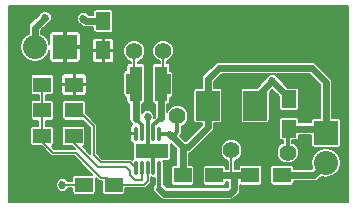
<source format=gtl>
G04 #@! TF.FileFunction,Copper,L1,Top,Signal*
%FSLAX46Y46*%
G04 Gerber Fmt 4.6, Leading zero omitted, Abs format (unit mm)*
G04 Created by KiCad (PCBNEW (2015-01-29 BZR 5396)-product) date 8/16/2015 3:30:30 PM*
%MOMM*%
G01*
G04 APERTURE LIST*
%ADD10C,0.100000*%
%ADD11R,1.250000X1.500000*%
%ADD12R,1.500000X1.250000*%
%ADD13R,2.000000X2.500000*%
%ADD14R,1.100000X3.000000*%
%ADD15R,0.500000X1.800000*%
%ADD16R,2.032000X2.032000*%
%ADD17O,2.032000X2.032000*%
%ADD18C,1.397000*%
%ADD19R,1.500000X1.300000*%
%ADD20R,2.750000X1.200000*%
%ADD21O,0.280000X1.200000*%
%ADD22C,0.500000*%
%ADD23C,0.685800*%
%ADD24C,0.152400*%
%ADD25C,0.609600*%
%ADD26C,0.304800*%
%ADD27C,0.152000*%
G04 APERTURE END LIST*
D10*
D11*
X155830000Y-108500000D03*
X155830000Y-106000000D03*
D12*
X156710000Y-119860000D03*
X154210000Y-119860000D03*
D13*
X164690000Y-113160000D03*
X168690000Y-113160000D03*
D11*
X171550000Y-115130000D03*
X171550000Y-112630000D03*
D14*
X158570000Y-111310000D03*
X160730000Y-111310000D03*
D15*
X158020000Y-111310000D03*
X161280000Y-111360000D03*
D16*
X152590000Y-108200000D03*
D17*
X150050000Y-108200000D03*
D18*
X158460000Y-108570000D03*
X166690000Y-116960000D03*
X160910000Y-108550000D03*
X162110000Y-114080000D03*
X171440000Y-117140000D03*
D16*
X174690000Y-115480000D03*
D17*
X174690000Y-118020000D03*
D19*
X150670000Y-111390000D03*
X153370000Y-111390000D03*
X153360000Y-113550000D03*
X150660000Y-113550000D03*
X153340000Y-115740000D03*
X150640000Y-115740000D03*
X162550000Y-119080000D03*
X165250000Y-119080000D03*
X168270000Y-119050000D03*
X170970000Y-119050000D03*
D20*
X159955000Y-116990000D03*
D21*
X159580000Y-115540000D03*
X160580000Y-115540000D03*
X160080000Y-115540000D03*
X159080000Y-115540000D03*
X158580000Y-115540000D03*
X160580000Y-118440000D03*
X160080000Y-118440000D03*
X159580000Y-118440000D03*
X159080000Y-118440000D03*
X158580000Y-118440000D03*
D22*
X158890000Y-116700000D03*
X158890000Y-117290000D03*
X159580000Y-116990000D03*
X160360000Y-116690000D03*
X160370000Y-117300000D03*
D23*
X152380000Y-119880000D03*
X150900000Y-105720000D03*
X154150000Y-105810000D03*
X170150000Y-111100000D03*
X159580000Y-114130000D03*
D24*
X152400000Y-119860000D02*
X152380000Y-119880000D01*
X154210000Y-119860000D02*
X152400000Y-119860000D01*
D25*
X150050000Y-106570000D02*
X150900000Y-105720000D01*
X150050000Y-108200000D02*
X150050000Y-106570000D01*
X154340000Y-106000000D02*
X154150000Y-105810000D01*
X155830000Y-106000000D02*
X154340000Y-106000000D01*
X168690000Y-112560000D02*
X170150000Y-111100000D01*
X168690000Y-113160000D02*
X168690000Y-112560000D01*
X171550000Y-112500000D02*
X170150000Y-111100000D01*
X171550000Y-112630000D02*
X171550000Y-112500000D01*
X173660000Y-119050000D02*
X174690000Y-118020000D01*
X170970000Y-119050000D02*
X173660000Y-119050000D01*
D26*
X160080000Y-117115000D02*
X159955000Y-116990000D01*
X160080000Y-118440000D02*
X160080000Y-117115000D01*
X159580000Y-116615000D02*
X159955000Y-116990000D01*
X159580000Y-115540000D02*
X159580000Y-116615000D01*
X159580000Y-115540000D02*
X159580000Y-114130000D01*
D24*
X159290000Y-119860000D02*
X159580000Y-119570000D01*
X159580000Y-119570000D02*
X159580000Y-118440000D01*
X156710000Y-119860000D02*
X159290000Y-119860000D01*
X150670000Y-115750000D02*
X150640000Y-115780000D01*
X150670000Y-113540000D02*
X150660000Y-113550000D01*
X150670000Y-111390000D02*
X150670000Y-113540000D01*
X150640000Y-113570000D02*
X150660000Y-113550000D01*
X150640000Y-115740000D02*
X150640000Y-113570000D01*
X156110000Y-119260000D02*
X156710000Y-119860000D01*
X151560000Y-117140000D02*
X153490000Y-117140000D01*
X153490000Y-117140000D02*
X155610000Y-119260000D01*
X155610000Y-119260000D02*
X156110000Y-119260000D01*
X150640000Y-116220000D02*
X151560000Y-117140000D01*
X150640000Y-115740000D02*
X150640000Y-116220000D01*
D25*
X161700000Y-115810000D02*
X162550000Y-116660000D01*
X161430000Y-115540000D02*
X161700000Y-115810000D01*
X162550000Y-116660000D02*
X162550000Y-119080000D01*
D26*
X160580000Y-115540000D02*
X161430000Y-115540000D01*
X162110000Y-115400000D02*
X161700000Y-115810000D01*
X162110000Y-114080000D02*
X162110000Y-115400000D01*
D25*
X163050000Y-116660000D02*
X164690000Y-115020000D01*
X164690000Y-115020000D02*
X164690000Y-113160000D01*
X162550000Y-116660000D02*
X163050000Y-116660000D01*
X164690000Y-110930000D02*
X165630000Y-109990000D01*
X165630000Y-109990000D02*
X173500000Y-109990000D01*
X173500000Y-109990000D02*
X174690000Y-111180000D01*
X174690000Y-111180000D02*
X174690000Y-115480000D01*
X164690000Y-113160000D02*
X164690000Y-110930000D01*
X174340000Y-115130000D02*
X174690000Y-115480000D01*
X171550000Y-115130000D02*
X174340000Y-115130000D01*
D26*
X171440000Y-115240000D02*
X171550000Y-115130000D01*
X171440000Y-117140000D02*
X171440000Y-115240000D01*
X159080000Y-114810000D02*
X158570000Y-114300000D01*
D25*
X158570000Y-114300000D02*
X158570000Y-111310000D01*
D26*
X159080000Y-115540000D02*
X159080000Y-114810000D01*
D24*
X158460000Y-111200000D02*
X158570000Y-111310000D01*
X158460000Y-108570000D02*
X158460000Y-111200000D01*
D26*
X160080000Y-114850000D02*
X160730000Y-114200000D01*
D25*
X160730000Y-114200000D02*
X160730000Y-111310000D01*
D26*
X160080000Y-115540000D02*
X160080000Y-114850000D01*
D24*
X160910000Y-111130000D02*
X160730000Y-111310000D01*
X160910000Y-108550000D02*
X160910000Y-111130000D01*
D25*
X166910000Y-119080000D02*
X168707634Y-119080000D01*
X165250000Y-119080000D02*
X166910000Y-119080000D01*
X166550000Y-120620000D02*
X166910000Y-120260000D01*
X166910000Y-120260000D02*
X166910000Y-119080000D01*
D26*
X160580000Y-118440000D02*
X160580000Y-120210000D01*
D25*
X160580000Y-120210000D02*
X160990000Y-120620000D01*
X160990000Y-120620000D02*
X164980000Y-120620000D01*
X164980000Y-120620000D02*
X166550000Y-120620000D01*
D24*
X166690000Y-118860000D02*
X166910000Y-119080000D01*
X166690000Y-116960000D02*
X166690000Y-118860000D01*
X158100000Y-117960000D02*
X158580000Y-118440000D01*
X155640000Y-117960000D02*
X158100000Y-117960000D01*
X155020000Y-117340000D02*
X155640000Y-117960000D01*
X155020000Y-114910000D02*
X155020000Y-117340000D01*
X153660000Y-113550000D02*
X155020000Y-114910000D01*
X153360000Y-113550000D02*
X153660000Y-113550000D01*
X159080000Y-119430000D02*
X159080000Y-118440000D01*
X159030000Y-119480000D02*
X159080000Y-119430000D01*
X158520000Y-119480000D02*
X159030000Y-119480000D01*
X158070000Y-119030000D02*
X158520000Y-119480000D01*
X158070000Y-118690000D02*
X158070000Y-119030000D01*
X157740000Y-118360000D02*
X158070000Y-118690000D01*
X155390000Y-118360000D02*
X157740000Y-118360000D01*
X153340000Y-116310000D02*
X155390000Y-118360000D01*
X153340000Y-115740000D02*
X153340000Y-116310000D01*
D27*
G36*
X176542000Y-121342000D02*
X175958779Y-121342000D01*
X175958779Y-118020000D01*
X175938875Y-117919935D01*
X175938875Y-116496000D01*
X175938875Y-114464000D01*
X175921977Y-114376912D01*
X175871697Y-114300369D01*
X175795792Y-114249133D01*
X175706000Y-114231125D01*
X175223200Y-114231125D01*
X175223200Y-111180000D01*
X175182613Y-110975953D01*
X175067029Y-110802971D01*
X173877029Y-109612971D01*
X173704047Y-109497387D01*
X173500000Y-109456800D01*
X165630000Y-109456800D01*
X165425953Y-109497387D01*
X165252971Y-109612970D01*
X164312971Y-110552971D01*
X164197387Y-110725953D01*
X164156800Y-110930000D01*
X164156800Y-111677125D01*
X163690000Y-111677125D01*
X163602912Y-111694023D01*
X163526369Y-111744303D01*
X163475133Y-111820208D01*
X163457125Y-111910000D01*
X163457125Y-114410000D01*
X163474023Y-114497088D01*
X163524303Y-114573631D01*
X163600208Y-114624867D01*
X163690000Y-114642875D01*
X164156800Y-114642875D01*
X164156800Y-114799141D01*
X162829141Y-116126800D01*
X162770858Y-116126800D01*
X162346295Y-115702237D01*
X162379266Y-115669266D01*
X162379267Y-115669266D01*
X162461813Y-115545726D01*
X162461814Y-115545725D01*
X162490800Y-115400000D01*
X162490800Y-114925563D01*
X162634361Y-114866246D01*
X162895329Y-114605732D01*
X163036739Y-114265181D01*
X163037060Y-113896437D01*
X162896246Y-113555639D01*
X162635732Y-113294671D01*
X162295181Y-113153261D01*
X161926437Y-113152940D01*
X161585639Y-113293754D01*
X161324671Y-113554268D01*
X161263200Y-113702305D01*
X161263200Y-113042875D01*
X161280000Y-113042875D01*
X161367088Y-113025977D01*
X161443631Y-112975697D01*
X161494867Y-112899792D01*
X161512875Y-112810000D01*
X161512875Y-112492875D01*
X161530000Y-112492875D01*
X161617088Y-112475977D01*
X161693631Y-112425697D01*
X161744867Y-112349792D01*
X161762875Y-112260000D01*
X161762875Y-110460000D01*
X161745977Y-110372912D01*
X161695697Y-110296369D01*
X161619792Y-110245133D01*
X161530000Y-110227125D01*
X161512875Y-110227125D01*
X161512875Y-109810000D01*
X161495977Y-109722912D01*
X161445697Y-109646369D01*
X161369792Y-109595133D01*
X161280000Y-109577125D01*
X161214600Y-109577125D01*
X161214600Y-109427048D01*
X161434361Y-109336246D01*
X161695329Y-109075732D01*
X161836739Y-108735181D01*
X161837060Y-108366437D01*
X161696246Y-108025639D01*
X161435732Y-107764671D01*
X161095181Y-107623261D01*
X160726437Y-107622940D01*
X160385639Y-107763754D01*
X160124671Y-108024268D01*
X159983261Y-108364819D01*
X159982940Y-108733563D01*
X160123754Y-109074361D01*
X160384268Y-109335329D01*
X160605400Y-109427151D01*
X160605400Y-109577125D01*
X160180000Y-109577125D01*
X160092912Y-109594023D01*
X160016369Y-109644303D01*
X159965133Y-109720208D01*
X159947125Y-109810000D01*
X159947125Y-112810000D01*
X159964023Y-112897088D01*
X160014303Y-112973631D01*
X160090208Y-113024867D01*
X160180000Y-113042875D01*
X160196800Y-113042875D01*
X160196800Y-114194668D01*
X160151203Y-114240264D01*
X160151399Y-114016860D01*
X160064607Y-113806808D01*
X159904038Y-113645958D01*
X159694137Y-113558800D01*
X159466860Y-113558601D01*
X159256808Y-113645393D01*
X159103200Y-113798732D01*
X159103200Y-113042875D01*
X159120000Y-113042875D01*
X159207088Y-113025977D01*
X159283631Y-112975697D01*
X159334867Y-112899792D01*
X159352875Y-112810000D01*
X159352875Y-109810000D01*
X159335977Y-109722912D01*
X159285697Y-109646369D01*
X159209792Y-109595133D01*
X159120000Y-109577125D01*
X158764600Y-109577125D01*
X158764600Y-109447048D01*
X158984361Y-109356246D01*
X159245329Y-109095732D01*
X159386739Y-108755181D01*
X159387060Y-108386437D01*
X159246246Y-108045639D01*
X158985732Y-107784671D01*
X158645181Y-107643261D01*
X158276437Y-107642940D01*
X157935639Y-107783754D01*
X157674671Y-108044268D01*
X157533261Y-108384819D01*
X157532940Y-108753563D01*
X157673754Y-109094361D01*
X157934268Y-109355329D01*
X158155400Y-109447151D01*
X158155400Y-109577125D01*
X158020000Y-109577125D01*
X157932912Y-109594023D01*
X157856369Y-109644303D01*
X157805133Y-109720208D01*
X157787125Y-109810000D01*
X157787125Y-110177125D01*
X157770000Y-110177125D01*
X157682912Y-110194023D01*
X157606369Y-110244303D01*
X157555133Y-110320208D01*
X157537125Y-110410000D01*
X157537125Y-112210000D01*
X157554023Y-112297088D01*
X157604303Y-112373631D01*
X157680208Y-112424867D01*
X157770000Y-112442875D01*
X157787125Y-112442875D01*
X157787125Y-112810000D01*
X157804023Y-112897088D01*
X157854303Y-112973631D01*
X157930208Y-113024867D01*
X158020000Y-113042875D01*
X158036800Y-113042875D01*
X158036800Y-114300000D01*
X158077387Y-114504047D01*
X158192971Y-114677029D01*
X158269723Y-114728313D01*
X158165293Y-114853021D01*
X158110000Y-115029000D01*
X158110000Y-115489000D01*
X158529000Y-115489000D01*
X158529000Y-115469000D01*
X158631000Y-115469000D01*
X158631000Y-115489000D01*
X158651000Y-115489000D01*
X158651000Y-115591000D01*
X158631000Y-115591000D01*
X158631000Y-115611000D01*
X158529000Y-115611000D01*
X158529000Y-115591000D01*
X158110000Y-115591000D01*
X158110000Y-116051000D01*
X158165293Y-116226979D01*
X158283722Y-116368403D01*
X158347125Y-116399621D01*
X158347125Y-117590000D01*
X158363410Y-117673933D01*
X158319502Y-117703273D01*
X158299133Y-117733756D01*
X158216566Y-117678586D01*
X158100000Y-117655400D01*
X156785000Y-117655400D01*
X156785000Y-109315641D01*
X156785000Y-108633500D01*
X156785000Y-108366500D01*
X156785000Y-107684359D01*
X156734761Y-107563070D01*
X156687875Y-107516184D01*
X156687875Y-106750000D01*
X156687875Y-105250000D01*
X156670977Y-105162912D01*
X156620697Y-105086369D01*
X156544792Y-105035133D01*
X156455000Y-105017125D01*
X155205000Y-105017125D01*
X155117912Y-105034023D01*
X155041369Y-105084303D01*
X154990133Y-105160208D01*
X154972125Y-105250000D01*
X154972125Y-105466800D01*
X154614633Y-105466800D01*
X154474038Y-105325958D01*
X154264137Y-105238800D01*
X154036860Y-105238601D01*
X153826808Y-105325393D01*
X153665958Y-105485962D01*
X153578800Y-105695863D01*
X153578601Y-105923140D01*
X153665393Y-106133192D01*
X153825962Y-106294042D01*
X153918342Y-106332401D01*
X153962971Y-106377030D01*
X154135953Y-106492613D01*
X154340000Y-106533200D01*
X154972125Y-106533200D01*
X154972125Y-106750000D01*
X154989023Y-106837088D01*
X155039303Y-106913631D01*
X155115208Y-106964867D01*
X155205000Y-106982875D01*
X156455000Y-106982875D01*
X156542088Y-106965977D01*
X156618631Y-106915697D01*
X156669867Y-106839792D01*
X156687875Y-106750000D01*
X156687875Y-107516184D01*
X156641930Y-107470240D01*
X156520641Y-107420000D01*
X156389359Y-107420000D01*
X155963500Y-107420000D01*
X155881000Y-107502500D01*
X155881000Y-108449000D01*
X156702500Y-108449000D01*
X156785000Y-108366500D01*
X156785000Y-108633500D01*
X156702500Y-108551000D01*
X155881000Y-108551000D01*
X155881000Y-109497500D01*
X155963500Y-109580000D01*
X156389359Y-109580000D01*
X156520641Y-109580000D01*
X156641930Y-109529760D01*
X156734761Y-109436930D01*
X156785000Y-109315641D01*
X156785000Y-117655400D01*
X155779000Y-117655400D01*
X155779000Y-109497500D01*
X155779000Y-108551000D01*
X155779000Y-108449000D01*
X155779000Y-107502500D01*
X155696500Y-107420000D01*
X155270641Y-107420000D01*
X155139359Y-107420000D01*
X155018070Y-107470240D01*
X154925239Y-107563070D01*
X154875000Y-107684359D01*
X154875000Y-108366500D01*
X154957500Y-108449000D01*
X155779000Y-108449000D01*
X155779000Y-108551000D01*
X154957500Y-108551000D01*
X154875000Y-108633500D01*
X154875000Y-109315641D01*
X154925239Y-109436930D01*
X155018070Y-109529760D01*
X155139359Y-109580000D01*
X155270641Y-109580000D01*
X155696500Y-109580000D01*
X155779000Y-109497500D01*
X155779000Y-117655400D01*
X155766169Y-117655400D01*
X155324600Y-117213830D01*
X155324600Y-114910000D01*
X155301414Y-114793435D01*
X155301413Y-114793434D01*
X155235385Y-114694615D01*
X155235381Y-114694612D01*
X154450000Y-113909230D01*
X154450000Y-112105641D01*
X154450000Y-111974359D01*
X154450000Y-111523500D01*
X154450000Y-111256500D01*
X154450000Y-110805641D01*
X154450000Y-110674359D01*
X154399760Y-110553070D01*
X154306930Y-110460239D01*
X154185641Y-110410000D01*
X153936000Y-110410000D01*
X153936000Y-109281641D01*
X153936000Y-108333500D01*
X153936000Y-108066500D01*
X153936000Y-107118359D01*
X153885761Y-106997070D01*
X153792930Y-106904240D01*
X153671641Y-106854000D01*
X153540359Y-106854000D01*
X152723500Y-106854000D01*
X152641000Y-106936500D01*
X152641000Y-108149000D01*
X153853500Y-108149000D01*
X153936000Y-108066500D01*
X153936000Y-108333500D01*
X153853500Y-108251000D01*
X152641000Y-108251000D01*
X152641000Y-109463500D01*
X152723500Y-109546000D01*
X153540359Y-109546000D01*
X153671641Y-109546000D01*
X153792930Y-109495760D01*
X153885761Y-109402930D01*
X153936000Y-109281641D01*
X153936000Y-110410000D01*
X153503500Y-110410000D01*
X153421000Y-110492500D01*
X153421000Y-111339000D01*
X154367500Y-111339000D01*
X154450000Y-111256500D01*
X154450000Y-111523500D01*
X154367500Y-111441000D01*
X153421000Y-111441000D01*
X153421000Y-112287500D01*
X153503500Y-112370000D01*
X154185641Y-112370000D01*
X154306930Y-112319761D01*
X154399760Y-112226930D01*
X154450000Y-112105641D01*
X154450000Y-113909230D01*
X154342875Y-113802105D01*
X154342875Y-112900000D01*
X154325977Y-112812912D01*
X154275697Y-112736369D01*
X154199792Y-112685133D01*
X154110000Y-112667125D01*
X153319000Y-112667125D01*
X153319000Y-112287500D01*
X153319000Y-111441000D01*
X153319000Y-111339000D01*
X153319000Y-110492500D01*
X153236500Y-110410000D01*
X152554359Y-110410000D01*
X152539000Y-110416361D01*
X152539000Y-109463500D01*
X152539000Y-108251000D01*
X152519000Y-108251000D01*
X152519000Y-108149000D01*
X152539000Y-108149000D01*
X152539000Y-106936500D01*
X152456500Y-106854000D01*
X151639641Y-106854000D01*
X151508359Y-106854000D01*
X151387070Y-106904240D01*
X151294239Y-106997070D01*
X151244000Y-107118359D01*
X151244000Y-107922242D01*
X151199676Y-107699410D01*
X150929924Y-107295697D01*
X150583200Y-107064023D01*
X150583200Y-106790858D01*
X151131611Y-106242447D01*
X151223192Y-106204607D01*
X151384042Y-106044038D01*
X151471200Y-105834137D01*
X151471399Y-105606860D01*
X151384607Y-105396808D01*
X151224038Y-105235958D01*
X151014137Y-105148800D01*
X150786860Y-105148601D01*
X150576808Y-105235393D01*
X150415958Y-105395962D01*
X150377598Y-105488342D01*
X149672971Y-106192971D01*
X149557387Y-106365953D01*
X149516800Y-106570000D01*
X149516800Y-107064023D01*
X149170076Y-107295697D01*
X148900324Y-107699410D01*
X148805600Y-108175621D01*
X148805600Y-108224379D01*
X148900324Y-108700590D01*
X149170076Y-109104303D01*
X149573789Y-109374055D01*
X150050000Y-109468779D01*
X150526211Y-109374055D01*
X150929924Y-109104303D01*
X151199676Y-108700590D01*
X151244000Y-108477757D01*
X151244000Y-109281641D01*
X151294239Y-109402930D01*
X151387070Y-109495760D01*
X151508359Y-109546000D01*
X151639641Y-109546000D01*
X152456500Y-109546000D01*
X152539000Y-109463500D01*
X152539000Y-110416361D01*
X152433070Y-110460239D01*
X152340240Y-110553070D01*
X152290000Y-110674359D01*
X152290000Y-110805641D01*
X152290000Y-111256500D01*
X152372500Y-111339000D01*
X153319000Y-111339000D01*
X153319000Y-111441000D01*
X152372500Y-111441000D01*
X152290000Y-111523500D01*
X152290000Y-111974359D01*
X152290000Y-112105641D01*
X152340240Y-112226930D01*
X152433070Y-112319761D01*
X152554359Y-112370000D01*
X153236500Y-112370000D01*
X153319000Y-112287500D01*
X153319000Y-112667125D01*
X152610000Y-112667125D01*
X152522912Y-112684023D01*
X152446369Y-112734303D01*
X152395133Y-112810208D01*
X152377125Y-112900000D01*
X152377125Y-114200000D01*
X152394023Y-114287088D01*
X152444303Y-114363631D01*
X152520208Y-114414867D01*
X152610000Y-114432875D01*
X154110000Y-114432875D01*
X154111763Y-114432532D01*
X154715400Y-115036169D01*
X154715400Y-117254630D01*
X154083645Y-116622875D01*
X154090000Y-116622875D01*
X154177088Y-116605977D01*
X154253631Y-116555697D01*
X154304867Y-116479792D01*
X154322875Y-116390000D01*
X154322875Y-115090000D01*
X154305977Y-115002912D01*
X154255697Y-114926369D01*
X154179792Y-114875133D01*
X154090000Y-114857125D01*
X152590000Y-114857125D01*
X152502912Y-114874023D01*
X152426369Y-114924303D01*
X152375133Y-115000208D01*
X152357125Y-115090000D01*
X152357125Y-116390000D01*
X152374023Y-116477088D01*
X152424303Y-116553631D01*
X152500208Y-116604867D01*
X152590000Y-116622875D01*
X153222105Y-116622875D01*
X153434630Y-116835400D01*
X151686169Y-116835400D01*
X151460051Y-116609282D01*
X151477088Y-116605977D01*
X151553631Y-116555697D01*
X151604867Y-116479792D01*
X151622875Y-116390000D01*
X151622875Y-115090000D01*
X151605977Y-115002912D01*
X151555697Y-114926369D01*
X151479792Y-114875133D01*
X151390000Y-114857125D01*
X150944600Y-114857125D01*
X150944600Y-114432875D01*
X151410000Y-114432875D01*
X151497088Y-114415977D01*
X151573631Y-114365697D01*
X151624867Y-114289792D01*
X151642875Y-114200000D01*
X151642875Y-112900000D01*
X151625977Y-112812912D01*
X151575697Y-112736369D01*
X151499792Y-112685133D01*
X151410000Y-112667125D01*
X150974600Y-112667125D01*
X150974600Y-112272875D01*
X151420000Y-112272875D01*
X151507088Y-112255977D01*
X151583631Y-112205697D01*
X151634867Y-112129792D01*
X151652875Y-112040000D01*
X151652875Y-110740000D01*
X151635977Y-110652912D01*
X151585697Y-110576369D01*
X151509792Y-110525133D01*
X151420000Y-110507125D01*
X149920000Y-110507125D01*
X149832912Y-110524023D01*
X149756369Y-110574303D01*
X149705133Y-110650208D01*
X149687125Y-110740000D01*
X149687125Y-112040000D01*
X149704023Y-112127088D01*
X149754303Y-112203631D01*
X149830208Y-112254867D01*
X149920000Y-112272875D01*
X150365400Y-112272875D01*
X150365400Y-112667125D01*
X149910000Y-112667125D01*
X149822912Y-112684023D01*
X149746369Y-112734303D01*
X149695133Y-112810208D01*
X149677125Y-112900000D01*
X149677125Y-114200000D01*
X149694023Y-114287088D01*
X149744303Y-114363631D01*
X149820208Y-114414867D01*
X149910000Y-114432875D01*
X150335400Y-114432875D01*
X150335400Y-114857125D01*
X149890000Y-114857125D01*
X149802912Y-114874023D01*
X149726369Y-114924303D01*
X149675133Y-115000208D01*
X149657125Y-115090000D01*
X149657125Y-116390000D01*
X149674023Y-116477088D01*
X149724303Y-116553631D01*
X149800208Y-116604867D01*
X149890000Y-116622875D01*
X150612105Y-116622875D01*
X151344612Y-117355381D01*
X151344615Y-117355385D01*
X151443434Y-117421413D01*
X151443435Y-117421414D01*
X151560000Y-117444600D01*
X153363830Y-117444600D01*
X154921355Y-119002125D01*
X153460000Y-119002125D01*
X153372912Y-119019023D01*
X153296369Y-119069303D01*
X153245133Y-119145208D01*
X153227125Y-119235000D01*
X153227125Y-119555400D01*
X152863201Y-119555400D01*
X152704038Y-119395958D01*
X152494137Y-119308800D01*
X152266860Y-119308601D01*
X152056808Y-119395393D01*
X151895958Y-119555962D01*
X151808800Y-119765863D01*
X151808601Y-119993140D01*
X151895393Y-120203192D01*
X152055962Y-120364042D01*
X152265863Y-120451200D01*
X152493140Y-120451399D01*
X152703192Y-120364607D01*
X152864042Y-120204038D01*
X152880417Y-120164600D01*
X153227125Y-120164600D01*
X153227125Y-120485000D01*
X153244023Y-120572088D01*
X153294303Y-120648631D01*
X153370208Y-120699867D01*
X153460000Y-120717875D01*
X154960000Y-120717875D01*
X155047088Y-120700977D01*
X155123631Y-120650697D01*
X155174867Y-120574792D01*
X155192875Y-120485000D01*
X155192875Y-119273645D01*
X155394615Y-119475385D01*
X155493434Y-119541414D01*
X155493435Y-119541414D01*
X155610000Y-119564601D01*
X155610000Y-119564600D01*
X155610005Y-119564600D01*
X155727125Y-119564600D01*
X155727125Y-120485000D01*
X155744023Y-120572088D01*
X155794303Y-120648631D01*
X155870208Y-120699867D01*
X155960000Y-120717875D01*
X157460000Y-120717875D01*
X157547088Y-120700977D01*
X157623631Y-120650697D01*
X157674867Y-120574792D01*
X157692875Y-120485000D01*
X157692875Y-120164600D01*
X159290000Y-120164600D01*
X159406565Y-120141414D01*
X159406566Y-120141414D01*
X159505385Y-120075385D01*
X159795385Y-119785385D01*
X159861414Y-119686566D01*
X159861414Y-119686565D01*
X159884600Y-119570000D01*
X159884600Y-119220224D01*
X159939019Y-119256586D01*
X160080000Y-119284629D01*
X160199200Y-119260918D01*
X160199200Y-119838614D01*
X160087387Y-120005953D01*
X160046800Y-120210000D01*
X160087387Y-120414047D01*
X160202971Y-120587029D01*
X160612971Y-120997030D01*
X160785953Y-121112613D01*
X160990000Y-121153200D01*
X164980000Y-121153200D01*
X166550000Y-121153200D01*
X166754047Y-121112613D01*
X166927029Y-120997029D01*
X167287029Y-120637029D01*
X167402613Y-120464047D01*
X167443200Y-120260000D01*
X167443200Y-119917472D01*
X167520000Y-119932875D01*
X169020000Y-119932875D01*
X169107088Y-119915977D01*
X169183631Y-119865697D01*
X169234867Y-119789792D01*
X169252875Y-119700000D01*
X169252875Y-118400000D01*
X169235977Y-118312912D01*
X169185697Y-118236369D01*
X169109792Y-118185133D01*
X169020000Y-118167125D01*
X167520000Y-118167125D01*
X167432912Y-118184023D01*
X167356369Y-118234303D01*
X167305133Y-118310208D01*
X167287125Y-118400000D01*
X167287125Y-118546800D01*
X166994600Y-118546800D01*
X166994600Y-117837048D01*
X167214361Y-117746246D01*
X167475329Y-117485732D01*
X167616739Y-117145181D01*
X167617060Y-116776437D01*
X167476246Y-116435639D01*
X167215732Y-116174671D01*
X166875181Y-116033261D01*
X166506437Y-116032940D01*
X166165639Y-116173754D01*
X165904671Y-116434268D01*
X165763261Y-116774819D01*
X165762940Y-117143563D01*
X165903754Y-117484361D01*
X166164268Y-117745329D01*
X166385400Y-117837151D01*
X166385400Y-118546800D01*
X166232875Y-118546800D01*
X166232875Y-118430000D01*
X166215977Y-118342912D01*
X166165697Y-118266369D01*
X166089792Y-118215133D01*
X166000000Y-118197125D01*
X164500000Y-118197125D01*
X164412912Y-118214023D01*
X164336369Y-118264303D01*
X164285133Y-118340208D01*
X164267125Y-118430000D01*
X164267125Y-119730000D01*
X164284023Y-119817088D01*
X164334303Y-119893631D01*
X164410208Y-119944867D01*
X164500000Y-119962875D01*
X166000000Y-119962875D01*
X166087088Y-119945977D01*
X166163631Y-119895697D01*
X166214867Y-119819792D01*
X166232875Y-119730000D01*
X166232875Y-119613200D01*
X166376800Y-119613200D01*
X166376800Y-120039142D01*
X166329142Y-120086800D01*
X164980000Y-120086800D01*
X161210858Y-120086800D01*
X160960800Y-119836741D01*
X160960800Y-118440000D01*
X160948400Y-118377661D01*
X160948400Y-117963771D01*
X160920373Y-117822875D01*
X161330000Y-117822875D01*
X161417088Y-117805977D01*
X161493631Y-117755697D01*
X161544867Y-117679792D01*
X161562875Y-117590000D01*
X161562875Y-116426933D01*
X162016800Y-116880858D01*
X162016800Y-118197125D01*
X161800000Y-118197125D01*
X161712912Y-118214023D01*
X161636369Y-118264303D01*
X161585133Y-118340208D01*
X161567125Y-118430000D01*
X161567125Y-119730000D01*
X161584023Y-119817088D01*
X161634303Y-119893631D01*
X161710208Y-119944867D01*
X161800000Y-119962875D01*
X163300000Y-119962875D01*
X163387088Y-119945977D01*
X163463631Y-119895697D01*
X163514867Y-119819792D01*
X163532875Y-119730000D01*
X163532875Y-118430000D01*
X163515977Y-118342912D01*
X163465697Y-118266369D01*
X163389792Y-118215133D01*
X163300000Y-118197125D01*
X163083200Y-118197125D01*
X163083200Y-117186596D01*
X163254047Y-117152613D01*
X163427029Y-117037029D01*
X165067029Y-115397030D01*
X165067029Y-115397029D01*
X165182613Y-115224047D01*
X165223199Y-115020000D01*
X165223200Y-115020000D01*
X165223200Y-114642875D01*
X165690000Y-114642875D01*
X165777088Y-114625977D01*
X165853631Y-114575697D01*
X165904867Y-114499792D01*
X165922875Y-114410000D01*
X165922875Y-111910000D01*
X165905977Y-111822912D01*
X165855697Y-111746369D01*
X165779792Y-111695133D01*
X165690000Y-111677125D01*
X165223200Y-111677125D01*
X165223200Y-111150858D01*
X165850858Y-110523200D01*
X173279142Y-110523200D01*
X174156800Y-111400858D01*
X174156800Y-114231125D01*
X173674000Y-114231125D01*
X173586912Y-114248023D01*
X173510369Y-114298303D01*
X173459133Y-114374208D01*
X173441125Y-114464000D01*
X173441125Y-114596800D01*
X172407875Y-114596800D01*
X172407875Y-114380000D01*
X172407875Y-113380000D01*
X172407875Y-111880000D01*
X172390977Y-111792912D01*
X172340697Y-111716369D01*
X172264792Y-111665133D01*
X172175000Y-111647125D01*
X171451183Y-111647125D01*
X170672448Y-110868390D01*
X170634607Y-110776808D01*
X170474038Y-110615958D01*
X170264137Y-110528800D01*
X170036860Y-110528601D01*
X169826808Y-110615393D01*
X169665958Y-110775962D01*
X169627597Y-110868344D01*
X168818817Y-111677125D01*
X167690000Y-111677125D01*
X167602912Y-111694023D01*
X167526369Y-111744303D01*
X167475133Y-111820208D01*
X167457125Y-111910000D01*
X167457125Y-114410000D01*
X167474023Y-114497088D01*
X167524303Y-114573631D01*
X167600208Y-114624867D01*
X167690000Y-114642875D01*
X169690000Y-114642875D01*
X169777088Y-114625977D01*
X169853631Y-114575697D01*
X169904867Y-114499792D01*
X169922875Y-114410000D01*
X169922875Y-112081183D01*
X170150000Y-111854058D01*
X170692125Y-112396183D01*
X170692125Y-113380000D01*
X170709023Y-113467088D01*
X170759303Y-113543631D01*
X170835208Y-113594867D01*
X170925000Y-113612875D01*
X172175000Y-113612875D01*
X172262088Y-113595977D01*
X172338631Y-113545697D01*
X172389867Y-113469792D01*
X172407875Y-113380000D01*
X172407875Y-114380000D01*
X172390977Y-114292912D01*
X172340697Y-114216369D01*
X172264792Y-114165133D01*
X172175000Y-114147125D01*
X170925000Y-114147125D01*
X170837912Y-114164023D01*
X170761369Y-114214303D01*
X170710133Y-114290208D01*
X170692125Y-114380000D01*
X170692125Y-115880000D01*
X170709023Y-115967088D01*
X170759303Y-116043631D01*
X170835208Y-116094867D01*
X170925000Y-116112875D01*
X171059200Y-116112875D01*
X171059200Y-116294436D01*
X170915639Y-116353754D01*
X170654671Y-116614268D01*
X170513261Y-116954819D01*
X170512940Y-117323563D01*
X170653754Y-117664361D01*
X170914268Y-117925329D01*
X171254819Y-118066739D01*
X171623563Y-118067060D01*
X171964361Y-117926246D01*
X172225329Y-117665732D01*
X172366739Y-117325181D01*
X172367060Y-116956437D01*
X172226246Y-116615639D01*
X171965732Y-116354671D01*
X171820800Y-116294489D01*
X171820800Y-116112875D01*
X172175000Y-116112875D01*
X172262088Y-116095977D01*
X172338631Y-116045697D01*
X172389867Y-115969792D01*
X172407875Y-115880000D01*
X172407875Y-115663200D01*
X173441125Y-115663200D01*
X173441125Y-116496000D01*
X173458023Y-116583088D01*
X173508303Y-116659631D01*
X173584208Y-116710867D01*
X173674000Y-116728875D01*
X175706000Y-116728875D01*
X175793088Y-116711977D01*
X175869631Y-116661697D01*
X175920867Y-116585792D01*
X175938875Y-116496000D01*
X175938875Y-117919935D01*
X175864055Y-117543789D01*
X175594303Y-117140076D01*
X175190590Y-116870324D01*
X174714379Y-116775600D01*
X174665621Y-116775600D01*
X174189410Y-116870324D01*
X173785697Y-117140076D01*
X173515945Y-117543789D01*
X173421221Y-118020000D01*
X173506618Y-118449323D01*
X173439142Y-118516800D01*
X171952875Y-118516800D01*
X171952875Y-118400000D01*
X171935977Y-118312912D01*
X171885697Y-118236369D01*
X171809792Y-118185133D01*
X171720000Y-118167125D01*
X170220000Y-118167125D01*
X170132912Y-118184023D01*
X170056369Y-118234303D01*
X170005133Y-118310208D01*
X169987125Y-118400000D01*
X169987125Y-119700000D01*
X170004023Y-119787088D01*
X170054303Y-119863631D01*
X170130208Y-119914867D01*
X170220000Y-119932875D01*
X171720000Y-119932875D01*
X171807088Y-119915977D01*
X171883631Y-119865697D01*
X171934867Y-119789792D01*
X171952875Y-119700000D01*
X171952875Y-119583200D01*
X173660000Y-119583200D01*
X173864047Y-119542613D01*
X174037029Y-119427029D01*
X174276966Y-119187091D01*
X174665621Y-119264400D01*
X174714379Y-119264400D01*
X175190590Y-119169676D01*
X175594303Y-118899924D01*
X175864055Y-118496211D01*
X175958779Y-118020000D01*
X175958779Y-121342000D01*
X147888000Y-121342000D01*
X147888000Y-104738000D01*
X176542000Y-104738000D01*
X176542000Y-121342000D01*
X176542000Y-121342000D01*
G37*
X176542000Y-121342000D02*
X175958779Y-121342000D01*
X175958779Y-118020000D01*
X175938875Y-117919935D01*
X175938875Y-116496000D01*
X175938875Y-114464000D01*
X175921977Y-114376912D01*
X175871697Y-114300369D01*
X175795792Y-114249133D01*
X175706000Y-114231125D01*
X175223200Y-114231125D01*
X175223200Y-111180000D01*
X175182613Y-110975953D01*
X175067029Y-110802971D01*
X173877029Y-109612971D01*
X173704047Y-109497387D01*
X173500000Y-109456800D01*
X165630000Y-109456800D01*
X165425953Y-109497387D01*
X165252971Y-109612970D01*
X164312971Y-110552971D01*
X164197387Y-110725953D01*
X164156800Y-110930000D01*
X164156800Y-111677125D01*
X163690000Y-111677125D01*
X163602912Y-111694023D01*
X163526369Y-111744303D01*
X163475133Y-111820208D01*
X163457125Y-111910000D01*
X163457125Y-114410000D01*
X163474023Y-114497088D01*
X163524303Y-114573631D01*
X163600208Y-114624867D01*
X163690000Y-114642875D01*
X164156800Y-114642875D01*
X164156800Y-114799141D01*
X162829141Y-116126800D01*
X162770858Y-116126800D01*
X162346295Y-115702237D01*
X162379266Y-115669266D01*
X162379267Y-115669266D01*
X162461813Y-115545726D01*
X162461814Y-115545725D01*
X162490800Y-115400000D01*
X162490800Y-114925563D01*
X162634361Y-114866246D01*
X162895329Y-114605732D01*
X163036739Y-114265181D01*
X163037060Y-113896437D01*
X162896246Y-113555639D01*
X162635732Y-113294671D01*
X162295181Y-113153261D01*
X161926437Y-113152940D01*
X161585639Y-113293754D01*
X161324671Y-113554268D01*
X161263200Y-113702305D01*
X161263200Y-113042875D01*
X161280000Y-113042875D01*
X161367088Y-113025977D01*
X161443631Y-112975697D01*
X161494867Y-112899792D01*
X161512875Y-112810000D01*
X161512875Y-112492875D01*
X161530000Y-112492875D01*
X161617088Y-112475977D01*
X161693631Y-112425697D01*
X161744867Y-112349792D01*
X161762875Y-112260000D01*
X161762875Y-110460000D01*
X161745977Y-110372912D01*
X161695697Y-110296369D01*
X161619792Y-110245133D01*
X161530000Y-110227125D01*
X161512875Y-110227125D01*
X161512875Y-109810000D01*
X161495977Y-109722912D01*
X161445697Y-109646369D01*
X161369792Y-109595133D01*
X161280000Y-109577125D01*
X161214600Y-109577125D01*
X161214600Y-109427048D01*
X161434361Y-109336246D01*
X161695329Y-109075732D01*
X161836739Y-108735181D01*
X161837060Y-108366437D01*
X161696246Y-108025639D01*
X161435732Y-107764671D01*
X161095181Y-107623261D01*
X160726437Y-107622940D01*
X160385639Y-107763754D01*
X160124671Y-108024268D01*
X159983261Y-108364819D01*
X159982940Y-108733563D01*
X160123754Y-109074361D01*
X160384268Y-109335329D01*
X160605400Y-109427151D01*
X160605400Y-109577125D01*
X160180000Y-109577125D01*
X160092912Y-109594023D01*
X160016369Y-109644303D01*
X159965133Y-109720208D01*
X159947125Y-109810000D01*
X159947125Y-112810000D01*
X159964023Y-112897088D01*
X160014303Y-112973631D01*
X160090208Y-113024867D01*
X160180000Y-113042875D01*
X160196800Y-113042875D01*
X160196800Y-114194668D01*
X160151203Y-114240264D01*
X160151399Y-114016860D01*
X160064607Y-113806808D01*
X159904038Y-113645958D01*
X159694137Y-113558800D01*
X159466860Y-113558601D01*
X159256808Y-113645393D01*
X159103200Y-113798732D01*
X159103200Y-113042875D01*
X159120000Y-113042875D01*
X159207088Y-113025977D01*
X159283631Y-112975697D01*
X159334867Y-112899792D01*
X159352875Y-112810000D01*
X159352875Y-109810000D01*
X159335977Y-109722912D01*
X159285697Y-109646369D01*
X159209792Y-109595133D01*
X159120000Y-109577125D01*
X158764600Y-109577125D01*
X158764600Y-109447048D01*
X158984361Y-109356246D01*
X159245329Y-109095732D01*
X159386739Y-108755181D01*
X159387060Y-108386437D01*
X159246246Y-108045639D01*
X158985732Y-107784671D01*
X158645181Y-107643261D01*
X158276437Y-107642940D01*
X157935639Y-107783754D01*
X157674671Y-108044268D01*
X157533261Y-108384819D01*
X157532940Y-108753563D01*
X157673754Y-109094361D01*
X157934268Y-109355329D01*
X158155400Y-109447151D01*
X158155400Y-109577125D01*
X158020000Y-109577125D01*
X157932912Y-109594023D01*
X157856369Y-109644303D01*
X157805133Y-109720208D01*
X157787125Y-109810000D01*
X157787125Y-110177125D01*
X157770000Y-110177125D01*
X157682912Y-110194023D01*
X157606369Y-110244303D01*
X157555133Y-110320208D01*
X157537125Y-110410000D01*
X157537125Y-112210000D01*
X157554023Y-112297088D01*
X157604303Y-112373631D01*
X157680208Y-112424867D01*
X157770000Y-112442875D01*
X157787125Y-112442875D01*
X157787125Y-112810000D01*
X157804023Y-112897088D01*
X157854303Y-112973631D01*
X157930208Y-113024867D01*
X158020000Y-113042875D01*
X158036800Y-113042875D01*
X158036800Y-114300000D01*
X158077387Y-114504047D01*
X158192971Y-114677029D01*
X158269723Y-114728313D01*
X158165293Y-114853021D01*
X158110000Y-115029000D01*
X158110000Y-115489000D01*
X158529000Y-115489000D01*
X158529000Y-115469000D01*
X158631000Y-115469000D01*
X158631000Y-115489000D01*
X158651000Y-115489000D01*
X158651000Y-115591000D01*
X158631000Y-115591000D01*
X158631000Y-115611000D01*
X158529000Y-115611000D01*
X158529000Y-115591000D01*
X158110000Y-115591000D01*
X158110000Y-116051000D01*
X158165293Y-116226979D01*
X158283722Y-116368403D01*
X158347125Y-116399621D01*
X158347125Y-117590000D01*
X158363410Y-117673933D01*
X158319502Y-117703273D01*
X158299133Y-117733756D01*
X158216566Y-117678586D01*
X158100000Y-117655400D01*
X156785000Y-117655400D01*
X156785000Y-109315641D01*
X156785000Y-108633500D01*
X156785000Y-108366500D01*
X156785000Y-107684359D01*
X156734761Y-107563070D01*
X156687875Y-107516184D01*
X156687875Y-106750000D01*
X156687875Y-105250000D01*
X156670977Y-105162912D01*
X156620697Y-105086369D01*
X156544792Y-105035133D01*
X156455000Y-105017125D01*
X155205000Y-105017125D01*
X155117912Y-105034023D01*
X155041369Y-105084303D01*
X154990133Y-105160208D01*
X154972125Y-105250000D01*
X154972125Y-105466800D01*
X154614633Y-105466800D01*
X154474038Y-105325958D01*
X154264137Y-105238800D01*
X154036860Y-105238601D01*
X153826808Y-105325393D01*
X153665958Y-105485962D01*
X153578800Y-105695863D01*
X153578601Y-105923140D01*
X153665393Y-106133192D01*
X153825962Y-106294042D01*
X153918342Y-106332401D01*
X153962971Y-106377030D01*
X154135953Y-106492613D01*
X154340000Y-106533200D01*
X154972125Y-106533200D01*
X154972125Y-106750000D01*
X154989023Y-106837088D01*
X155039303Y-106913631D01*
X155115208Y-106964867D01*
X155205000Y-106982875D01*
X156455000Y-106982875D01*
X156542088Y-106965977D01*
X156618631Y-106915697D01*
X156669867Y-106839792D01*
X156687875Y-106750000D01*
X156687875Y-107516184D01*
X156641930Y-107470240D01*
X156520641Y-107420000D01*
X156389359Y-107420000D01*
X155963500Y-107420000D01*
X155881000Y-107502500D01*
X155881000Y-108449000D01*
X156702500Y-108449000D01*
X156785000Y-108366500D01*
X156785000Y-108633500D01*
X156702500Y-108551000D01*
X155881000Y-108551000D01*
X155881000Y-109497500D01*
X155963500Y-109580000D01*
X156389359Y-109580000D01*
X156520641Y-109580000D01*
X156641930Y-109529760D01*
X156734761Y-109436930D01*
X156785000Y-109315641D01*
X156785000Y-117655400D01*
X155779000Y-117655400D01*
X155779000Y-109497500D01*
X155779000Y-108551000D01*
X155779000Y-108449000D01*
X155779000Y-107502500D01*
X155696500Y-107420000D01*
X155270641Y-107420000D01*
X155139359Y-107420000D01*
X155018070Y-107470240D01*
X154925239Y-107563070D01*
X154875000Y-107684359D01*
X154875000Y-108366500D01*
X154957500Y-108449000D01*
X155779000Y-108449000D01*
X155779000Y-108551000D01*
X154957500Y-108551000D01*
X154875000Y-108633500D01*
X154875000Y-109315641D01*
X154925239Y-109436930D01*
X155018070Y-109529760D01*
X155139359Y-109580000D01*
X155270641Y-109580000D01*
X155696500Y-109580000D01*
X155779000Y-109497500D01*
X155779000Y-117655400D01*
X155766169Y-117655400D01*
X155324600Y-117213830D01*
X155324600Y-114910000D01*
X155301414Y-114793435D01*
X155301413Y-114793434D01*
X155235385Y-114694615D01*
X155235381Y-114694612D01*
X154450000Y-113909230D01*
X154450000Y-112105641D01*
X154450000Y-111974359D01*
X154450000Y-111523500D01*
X154450000Y-111256500D01*
X154450000Y-110805641D01*
X154450000Y-110674359D01*
X154399760Y-110553070D01*
X154306930Y-110460239D01*
X154185641Y-110410000D01*
X153936000Y-110410000D01*
X153936000Y-109281641D01*
X153936000Y-108333500D01*
X153936000Y-108066500D01*
X153936000Y-107118359D01*
X153885761Y-106997070D01*
X153792930Y-106904240D01*
X153671641Y-106854000D01*
X153540359Y-106854000D01*
X152723500Y-106854000D01*
X152641000Y-106936500D01*
X152641000Y-108149000D01*
X153853500Y-108149000D01*
X153936000Y-108066500D01*
X153936000Y-108333500D01*
X153853500Y-108251000D01*
X152641000Y-108251000D01*
X152641000Y-109463500D01*
X152723500Y-109546000D01*
X153540359Y-109546000D01*
X153671641Y-109546000D01*
X153792930Y-109495760D01*
X153885761Y-109402930D01*
X153936000Y-109281641D01*
X153936000Y-110410000D01*
X153503500Y-110410000D01*
X153421000Y-110492500D01*
X153421000Y-111339000D01*
X154367500Y-111339000D01*
X154450000Y-111256500D01*
X154450000Y-111523500D01*
X154367500Y-111441000D01*
X153421000Y-111441000D01*
X153421000Y-112287500D01*
X153503500Y-112370000D01*
X154185641Y-112370000D01*
X154306930Y-112319761D01*
X154399760Y-112226930D01*
X154450000Y-112105641D01*
X154450000Y-113909230D01*
X154342875Y-113802105D01*
X154342875Y-112900000D01*
X154325977Y-112812912D01*
X154275697Y-112736369D01*
X154199792Y-112685133D01*
X154110000Y-112667125D01*
X153319000Y-112667125D01*
X153319000Y-112287500D01*
X153319000Y-111441000D01*
X153319000Y-111339000D01*
X153319000Y-110492500D01*
X153236500Y-110410000D01*
X152554359Y-110410000D01*
X152539000Y-110416361D01*
X152539000Y-109463500D01*
X152539000Y-108251000D01*
X152519000Y-108251000D01*
X152519000Y-108149000D01*
X152539000Y-108149000D01*
X152539000Y-106936500D01*
X152456500Y-106854000D01*
X151639641Y-106854000D01*
X151508359Y-106854000D01*
X151387070Y-106904240D01*
X151294239Y-106997070D01*
X151244000Y-107118359D01*
X151244000Y-107922242D01*
X151199676Y-107699410D01*
X150929924Y-107295697D01*
X150583200Y-107064023D01*
X150583200Y-106790858D01*
X151131611Y-106242447D01*
X151223192Y-106204607D01*
X151384042Y-106044038D01*
X151471200Y-105834137D01*
X151471399Y-105606860D01*
X151384607Y-105396808D01*
X151224038Y-105235958D01*
X151014137Y-105148800D01*
X150786860Y-105148601D01*
X150576808Y-105235393D01*
X150415958Y-105395962D01*
X150377598Y-105488342D01*
X149672971Y-106192971D01*
X149557387Y-106365953D01*
X149516800Y-106570000D01*
X149516800Y-107064023D01*
X149170076Y-107295697D01*
X148900324Y-107699410D01*
X148805600Y-108175621D01*
X148805600Y-108224379D01*
X148900324Y-108700590D01*
X149170076Y-109104303D01*
X149573789Y-109374055D01*
X150050000Y-109468779D01*
X150526211Y-109374055D01*
X150929924Y-109104303D01*
X151199676Y-108700590D01*
X151244000Y-108477757D01*
X151244000Y-109281641D01*
X151294239Y-109402930D01*
X151387070Y-109495760D01*
X151508359Y-109546000D01*
X151639641Y-109546000D01*
X152456500Y-109546000D01*
X152539000Y-109463500D01*
X152539000Y-110416361D01*
X152433070Y-110460239D01*
X152340240Y-110553070D01*
X152290000Y-110674359D01*
X152290000Y-110805641D01*
X152290000Y-111256500D01*
X152372500Y-111339000D01*
X153319000Y-111339000D01*
X153319000Y-111441000D01*
X152372500Y-111441000D01*
X152290000Y-111523500D01*
X152290000Y-111974359D01*
X152290000Y-112105641D01*
X152340240Y-112226930D01*
X152433070Y-112319761D01*
X152554359Y-112370000D01*
X153236500Y-112370000D01*
X153319000Y-112287500D01*
X153319000Y-112667125D01*
X152610000Y-112667125D01*
X152522912Y-112684023D01*
X152446369Y-112734303D01*
X152395133Y-112810208D01*
X152377125Y-112900000D01*
X152377125Y-114200000D01*
X152394023Y-114287088D01*
X152444303Y-114363631D01*
X152520208Y-114414867D01*
X152610000Y-114432875D01*
X154110000Y-114432875D01*
X154111763Y-114432532D01*
X154715400Y-115036169D01*
X154715400Y-117254630D01*
X154083645Y-116622875D01*
X154090000Y-116622875D01*
X154177088Y-116605977D01*
X154253631Y-116555697D01*
X154304867Y-116479792D01*
X154322875Y-116390000D01*
X154322875Y-115090000D01*
X154305977Y-115002912D01*
X154255697Y-114926369D01*
X154179792Y-114875133D01*
X154090000Y-114857125D01*
X152590000Y-114857125D01*
X152502912Y-114874023D01*
X152426369Y-114924303D01*
X152375133Y-115000208D01*
X152357125Y-115090000D01*
X152357125Y-116390000D01*
X152374023Y-116477088D01*
X152424303Y-116553631D01*
X152500208Y-116604867D01*
X152590000Y-116622875D01*
X153222105Y-116622875D01*
X153434630Y-116835400D01*
X151686169Y-116835400D01*
X151460051Y-116609282D01*
X151477088Y-116605977D01*
X151553631Y-116555697D01*
X151604867Y-116479792D01*
X151622875Y-116390000D01*
X151622875Y-115090000D01*
X151605977Y-115002912D01*
X151555697Y-114926369D01*
X151479792Y-114875133D01*
X151390000Y-114857125D01*
X150944600Y-114857125D01*
X150944600Y-114432875D01*
X151410000Y-114432875D01*
X151497088Y-114415977D01*
X151573631Y-114365697D01*
X151624867Y-114289792D01*
X151642875Y-114200000D01*
X151642875Y-112900000D01*
X151625977Y-112812912D01*
X151575697Y-112736369D01*
X151499792Y-112685133D01*
X151410000Y-112667125D01*
X150974600Y-112667125D01*
X150974600Y-112272875D01*
X151420000Y-112272875D01*
X151507088Y-112255977D01*
X151583631Y-112205697D01*
X151634867Y-112129792D01*
X151652875Y-112040000D01*
X151652875Y-110740000D01*
X151635977Y-110652912D01*
X151585697Y-110576369D01*
X151509792Y-110525133D01*
X151420000Y-110507125D01*
X149920000Y-110507125D01*
X149832912Y-110524023D01*
X149756369Y-110574303D01*
X149705133Y-110650208D01*
X149687125Y-110740000D01*
X149687125Y-112040000D01*
X149704023Y-112127088D01*
X149754303Y-112203631D01*
X149830208Y-112254867D01*
X149920000Y-112272875D01*
X150365400Y-112272875D01*
X150365400Y-112667125D01*
X149910000Y-112667125D01*
X149822912Y-112684023D01*
X149746369Y-112734303D01*
X149695133Y-112810208D01*
X149677125Y-112900000D01*
X149677125Y-114200000D01*
X149694023Y-114287088D01*
X149744303Y-114363631D01*
X149820208Y-114414867D01*
X149910000Y-114432875D01*
X150335400Y-114432875D01*
X150335400Y-114857125D01*
X149890000Y-114857125D01*
X149802912Y-114874023D01*
X149726369Y-114924303D01*
X149675133Y-115000208D01*
X149657125Y-115090000D01*
X149657125Y-116390000D01*
X149674023Y-116477088D01*
X149724303Y-116553631D01*
X149800208Y-116604867D01*
X149890000Y-116622875D01*
X150612105Y-116622875D01*
X151344612Y-117355381D01*
X151344615Y-117355385D01*
X151443434Y-117421413D01*
X151443435Y-117421414D01*
X151560000Y-117444600D01*
X153363830Y-117444600D01*
X154921355Y-119002125D01*
X153460000Y-119002125D01*
X153372912Y-119019023D01*
X153296369Y-119069303D01*
X153245133Y-119145208D01*
X153227125Y-119235000D01*
X153227125Y-119555400D01*
X152863201Y-119555400D01*
X152704038Y-119395958D01*
X152494137Y-119308800D01*
X152266860Y-119308601D01*
X152056808Y-119395393D01*
X151895958Y-119555962D01*
X151808800Y-119765863D01*
X151808601Y-119993140D01*
X151895393Y-120203192D01*
X152055962Y-120364042D01*
X152265863Y-120451200D01*
X152493140Y-120451399D01*
X152703192Y-120364607D01*
X152864042Y-120204038D01*
X152880417Y-120164600D01*
X153227125Y-120164600D01*
X153227125Y-120485000D01*
X153244023Y-120572088D01*
X153294303Y-120648631D01*
X153370208Y-120699867D01*
X153460000Y-120717875D01*
X154960000Y-120717875D01*
X155047088Y-120700977D01*
X155123631Y-120650697D01*
X155174867Y-120574792D01*
X155192875Y-120485000D01*
X155192875Y-119273645D01*
X155394615Y-119475385D01*
X155493434Y-119541414D01*
X155493435Y-119541414D01*
X155610000Y-119564601D01*
X155610000Y-119564600D01*
X155610005Y-119564600D01*
X155727125Y-119564600D01*
X155727125Y-120485000D01*
X155744023Y-120572088D01*
X155794303Y-120648631D01*
X155870208Y-120699867D01*
X155960000Y-120717875D01*
X157460000Y-120717875D01*
X157547088Y-120700977D01*
X157623631Y-120650697D01*
X157674867Y-120574792D01*
X157692875Y-120485000D01*
X157692875Y-120164600D01*
X159290000Y-120164600D01*
X159406565Y-120141414D01*
X159406566Y-120141414D01*
X159505385Y-120075385D01*
X159795385Y-119785385D01*
X159861414Y-119686566D01*
X159861414Y-119686565D01*
X159884600Y-119570000D01*
X159884600Y-119220224D01*
X159939019Y-119256586D01*
X160080000Y-119284629D01*
X160199200Y-119260918D01*
X160199200Y-119838614D01*
X160087387Y-120005953D01*
X160046800Y-120210000D01*
X160087387Y-120414047D01*
X160202971Y-120587029D01*
X160612971Y-120997030D01*
X160785953Y-121112613D01*
X160990000Y-121153200D01*
X164980000Y-121153200D01*
X166550000Y-121153200D01*
X166754047Y-121112613D01*
X166927029Y-120997029D01*
X167287029Y-120637029D01*
X167402613Y-120464047D01*
X167443200Y-120260000D01*
X167443200Y-119917472D01*
X167520000Y-119932875D01*
X169020000Y-119932875D01*
X169107088Y-119915977D01*
X169183631Y-119865697D01*
X169234867Y-119789792D01*
X169252875Y-119700000D01*
X169252875Y-118400000D01*
X169235977Y-118312912D01*
X169185697Y-118236369D01*
X169109792Y-118185133D01*
X169020000Y-118167125D01*
X167520000Y-118167125D01*
X167432912Y-118184023D01*
X167356369Y-118234303D01*
X167305133Y-118310208D01*
X167287125Y-118400000D01*
X167287125Y-118546800D01*
X166994600Y-118546800D01*
X166994600Y-117837048D01*
X167214361Y-117746246D01*
X167475329Y-117485732D01*
X167616739Y-117145181D01*
X167617060Y-116776437D01*
X167476246Y-116435639D01*
X167215732Y-116174671D01*
X166875181Y-116033261D01*
X166506437Y-116032940D01*
X166165639Y-116173754D01*
X165904671Y-116434268D01*
X165763261Y-116774819D01*
X165762940Y-117143563D01*
X165903754Y-117484361D01*
X166164268Y-117745329D01*
X166385400Y-117837151D01*
X166385400Y-118546800D01*
X166232875Y-118546800D01*
X166232875Y-118430000D01*
X166215977Y-118342912D01*
X166165697Y-118266369D01*
X166089792Y-118215133D01*
X166000000Y-118197125D01*
X164500000Y-118197125D01*
X164412912Y-118214023D01*
X164336369Y-118264303D01*
X164285133Y-118340208D01*
X164267125Y-118430000D01*
X164267125Y-119730000D01*
X164284023Y-119817088D01*
X164334303Y-119893631D01*
X164410208Y-119944867D01*
X164500000Y-119962875D01*
X166000000Y-119962875D01*
X166087088Y-119945977D01*
X166163631Y-119895697D01*
X166214867Y-119819792D01*
X166232875Y-119730000D01*
X166232875Y-119613200D01*
X166376800Y-119613200D01*
X166376800Y-120039142D01*
X166329142Y-120086800D01*
X164980000Y-120086800D01*
X161210858Y-120086800D01*
X160960800Y-119836741D01*
X160960800Y-118440000D01*
X160948400Y-118377661D01*
X160948400Y-117963771D01*
X160920373Y-117822875D01*
X161330000Y-117822875D01*
X161417088Y-117805977D01*
X161493631Y-117755697D01*
X161544867Y-117679792D01*
X161562875Y-117590000D01*
X161562875Y-116426933D01*
X162016800Y-116880858D01*
X162016800Y-118197125D01*
X161800000Y-118197125D01*
X161712912Y-118214023D01*
X161636369Y-118264303D01*
X161585133Y-118340208D01*
X161567125Y-118430000D01*
X161567125Y-119730000D01*
X161584023Y-119817088D01*
X161634303Y-119893631D01*
X161710208Y-119944867D01*
X161800000Y-119962875D01*
X163300000Y-119962875D01*
X163387088Y-119945977D01*
X163463631Y-119895697D01*
X163514867Y-119819792D01*
X163532875Y-119730000D01*
X163532875Y-118430000D01*
X163515977Y-118342912D01*
X163465697Y-118266369D01*
X163389792Y-118215133D01*
X163300000Y-118197125D01*
X163083200Y-118197125D01*
X163083200Y-117186596D01*
X163254047Y-117152613D01*
X163427029Y-117037029D01*
X165067029Y-115397030D01*
X165067029Y-115397029D01*
X165182613Y-115224047D01*
X165223199Y-115020000D01*
X165223200Y-115020000D01*
X165223200Y-114642875D01*
X165690000Y-114642875D01*
X165777088Y-114625977D01*
X165853631Y-114575697D01*
X165904867Y-114499792D01*
X165922875Y-114410000D01*
X165922875Y-111910000D01*
X165905977Y-111822912D01*
X165855697Y-111746369D01*
X165779792Y-111695133D01*
X165690000Y-111677125D01*
X165223200Y-111677125D01*
X165223200Y-111150858D01*
X165850858Y-110523200D01*
X173279142Y-110523200D01*
X174156800Y-111400858D01*
X174156800Y-114231125D01*
X173674000Y-114231125D01*
X173586912Y-114248023D01*
X173510369Y-114298303D01*
X173459133Y-114374208D01*
X173441125Y-114464000D01*
X173441125Y-114596800D01*
X172407875Y-114596800D01*
X172407875Y-114380000D01*
X172407875Y-113380000D01*
X172407875Y-111880000D01*
X172390977Y-111792912D01*
X172340697Y-111716369D01*
X172264792Y-111665133D01*
X172175000Y-111647125D01*
X171451183Y-111647125D01*
X170672448Y-110868390D01*
X170634607Y-110776808D01*
X170474038Y-110615958D01*
X170264137Y-110528800D01*
X170036860Y-110528601D01*
X169826808Y-110615393D01*
X169665958Y-110775962D01*
X169627597Y-110868344D01*
X168818817Y-111677125D01*
X167690000Y-111677125D01*
X167602912Y-111694023D01*
X167526369Y-111744303D01*
X167475133Y-111820208D01*
X167457125Y-111910000D01*
X167457125Y-114410000D01*
X167474023Y-114497088D01*
X167524303Y-114573631D01*
X167600208Y-114624867D01*
X167690000Y-114642875D01*
X169690000Y-114642875D01*
X169777088Y-114625977D01*
X169853631Y-114575697D01*
X169904867Y-114499792D01*
X169922875Y-114410000D01*
X169922875Y-112081183D01*
X170150000Y-111854058D01*
X170692125Y-112396183D01*
X170692125Y-113380000D01*
X170709023Y-113467088D01*
X170759303Y-113543631D01*
X170835208Y-113594867D01*
X170925000Y-113612875D01*
X172175000Y-113612875D01*
X172262088Y-113595977D01*
X172338631Y-113545697D01*
X172389867Y-113469792D01*
X172407875Y-113380000D01*
X172407875Y-114380000D01*
X172390977Y-114292912D01*
X172340697Y-114216369D01*
X172264792Y-114165133D01*
X172175000Y-114147125D01*
X170925000Y-114147125D01*
X170837912Y-114164023D01*
X170761369Y-114214303D01*
X170710133Y-114290208D01*
X170692125Y-114380000D01*
X170692125Y-115880000D01*
X170709023Y-115967088D01*
X170759303Y-116043631D01*
X170835208Y-116094867D01*
X170925000Y-116112875D01*
X171059200Y-116112875D01*
X171059200Y-116294436D01*
X170915639Y-116353754D01*
X170654671Y-116614268D01*
X170513261Y-116954819D01*
X170512940Y-117323563D01*
X170653754Y-117664361D01*
X170914268Y-117925329D01*
X171254819Y-118066739D01*
X171623563Y-118067060D01*
X171964361Y-117926246D01*
X172225329Y-117665732D01*
X172366739Y-117325181D01*
X172367060Y-116956437D01*
X172226246Y-116615639D01*
X171965732Y-116354671D01*
X171820800Y-116294489D01*
X171820800Y-116112875D01*
X172175000Y-116112875D01*
X172262088Y-116095977D01*
X172338631Y-116045697D01*
X172389867Y-115969792D01*
X172407875Y-115880000D01*
X172407875Y-115663200D01*
X173441125Y-115663200D01*
X173441125Y-116496000D01*
X173458023Y-116583088D01*
X173508303Y-116659631D01*
X173584208Y-116710867D01*
X173674000Y-116728875D01*
X175706000Y-116728875D01*
X175793088Y-116711977D01*
X175869631Y-116661697D01*
X175920867Y-116585792D01*
X175938875Y-116496000D01*
X175938875Y-117919935D01*
X175864055Y-117543789D01*
X175594303Y-117140076D01*
X175190590Y-116870324D01*
X174714379Y-116775600D01*
X174665621Y-116775600D01*
X174189410Y-116870324D01*
X173785697Y-117140076D01*
X173515945Y-117543789D01*
X173421221Y-118020000D01*
X173506618Y-118449323D01*
X173439142Y-118516800D01*
X171952875Y-118516800D01*
X171952875Y-118400000D01*
X171935977Y-118312912D01*
X171885697Y-118236369D01*
X171809792Y-118185133D01*
X171720000Y-118167125D01*
X170220000Y-118167125D01*
X170132912Y-118184023D01*
X170056369Y-118234303D01*
X170005133Y-118310208D01*
X169987125Y-118400000D01*
X169987125Y-119700000D01*
X170004023Y-119787088D01*
X170054303Y-119863631D01*
X170130208Y-119914867D01*
X170220000Y-119932875D01*
X171720000Y-119932875D01*
X171807088Y-119915977D01*
X171883631Y-119865697D01*
X171934867Y-119789792D01*
X171952875Y-119700000D01*
X171952875Y-119583200D01*
X173660000Y-119583200D01*
X173864047Y-119542613D01*
X174037029Y-119427029D01*
X174276966Y-119187091D01*
X174665621Y-119264400D01*
X174714379Y-119264400D01*
X175190590Y-119169676D01*
X175594303Y-118899924D01*
X175864055Y-118496211D01*
X175958779Y-118020000D01*
X175958779Y-121342000D01*
X147888000Y-121342000D01*
X147888000Y-104738000D01*
X176542000Y-104738000D01*
X176542000Y-121342000D01*
M02*

</source>
